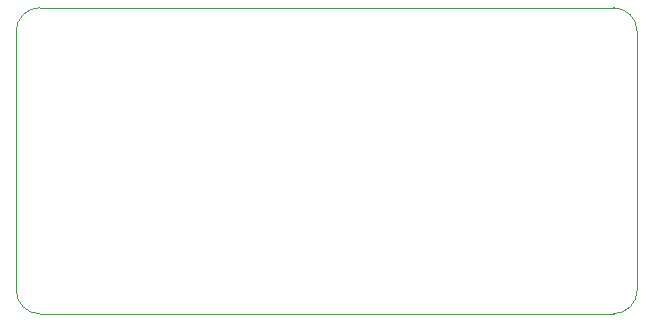
<source format=gbr>
%TF.GenerationSoftware,KiCad,Pcbnew,7.0.1*%
%TF.CreationDate,2024-12-17T12:14:20+02:00*%
%TF.ProjectId,preampV3,70726561-6d70-4563-932e-6b696361645f,rev?*%
%TF.SameCoordinates,Original*%
%TF.FileFunction,Profile,NP*%
%FSLAX46Y46*%
G04 Gerber Fmt 4.6, Leading zero omitted, Abs format (unit mm)*
G04 Created by KiCad (PCBNEW 7.0.1) date 2024-12-17 12:14:20*
%MOMM*%
%LPD*%
G01*
G04 APERTURE LIST*
%TA.AperFunction,Profile*%
%ADD10C,0.100000*%
%TD*%
G04 APERTURE END LIST*
D10*
X124936000Y-84582000D02*
G75*
G03*
X122936000Y-86582000I0J-2000000D01*
G01*
X173514000Y-110490000D02*
G75*
G03*
X175514000Y-108490000I0J2000000D01*
G01*
X122936000Y-108490000D02*
X122936000Y-86582000D01*
X124936000Y-84582000D02*
X170720000Y-84582000D01*
X170720000Y-84582000D02*
X173514000Y-84582000D01*
X170720000Y-110490000D02*
X124936000Y-110490000D01*
X175514000Y-86582000D02*
X175514000Y-108490000D01*
X122936000Y-108490000D02*
G75*
G03*
X124936000Y-110490000I2000000J0D01*
G01*
X170720000Y-110490000D02*
X173514000Y-110490000D01*
X175514000Y-86582000D02*
G75*
G03*
X173514000Y-84582000I-2000000J0D01*
G01*
M02*

</source>
